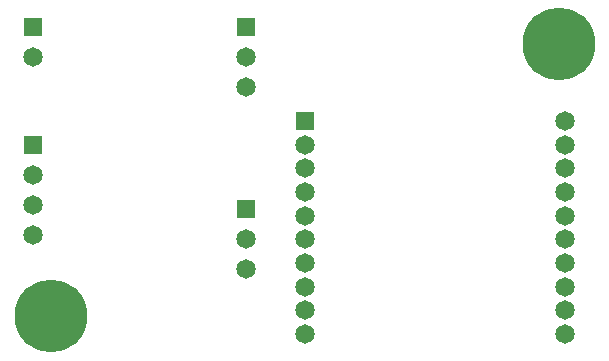
<source format=gbs>
G04*
G04 #@! TF.GenerationSoftware,Altium Limited,Altium Designer,19.1.9 (167)*
G04*
G04 Layer_Color=16711935*
%FSLAX44Y44*%
%MOMM*%
G71*
G01*
G75*
%ADD27C,1.6500*%
%ADD28R,1.6500X1.6500*%
%ADD29C,6.1500*%
D27*
X200000Y100000D02*
D03*
Y74600D02*
D03*
Y254600D02*
D03*
Y229200D02*
D03*
X20000Y129200D02*
D03*
Y103800D02*
D03*
Y154600D02*
D03*
Y254600D02*
D03*
X470000Y20000D02*
D03*
Y40000D02*
D03*
Y80000D02*
D03*
Y60000D02*
D03*
Y200000D02*
D03*
Y160000D02*
D03*
Y180000D02*
D03*
Y140000D02*
D03*
Y120000D02*
D03*
Y100000D02*
D03*
X250000D02*
D03*
Y120000D02*
D03*
Y140000D02*
D03*
Y180000D02*
D03*
Y160000D02*
D03*
Y60000D02*
D03*
Y80000D02*
D03*
Y40000D02*
D03*
Y20000D02*
D03*
D28*
X200000Y125400D02*
D03*
Y280000D02*
D03*
X20000Y180000D02*
D03*
Y280000D02*
D03*
X250000Y200000D02*
D03*
D29*
X465000Y265000D02*
D03*
X35000Y35000D02*
D03*
M02*

</source>
